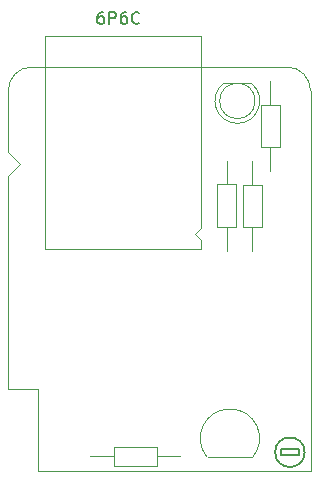
<source format=gbr>
%TF.GenerationSoftware,KiCad,Pcbnew,(6.0.0-0)*%
%TF.CreationDate,2023-07-31T21:51:41+02:00*%
%TF.ProjectId,P1_Gateway,50315f47-6174-4657-9761-792e6b696361,1*%
%TF.SameCoordinates,Original*%
%TF.FileFunction,AssemblyDrawing,Top*%
%FSLAX46Y46*%
G04 Gerber Fmt 4.6, Leading zero omitted, Abs format (unit mm)*
G04 Created by KiCad (PCBNEW (6.0.0-0)) date 2023-07-31 21:51:41*
%MOMM*%
%LPD*%
G01*
G04 APERTURE LIST*
%ADD10C,0.150000*%
%ADD11C,0.100000*%
G04 APERTURE END LIST*
D10*
%TO.C,J1*%
X179384285Y-48092380D02*
X179193809Y-48092380D01*
X179098571Y-48140000D01*
X179050952Y-48187619D01*
X178955714Y-48330476D01*
X178908095Y-48520952D01*
X178908095Y-48901904D01*
X178955714Y-48997142D01*
X179003333Y-49044761D01*
X179098571Y-49092380D01*
X179289047Y-49092380D01*
X179384285Y-49044761D01*
X179431904Y-48997142D01*
X179479523Y-48901904D01*
X179479523Y-48663809D01*
X179431904Y-48568571D01*
X179384285Y-48520952D01*
X179289047Y-48473333D01*
X179098571Y-48473333D01*
X179003333Y-48520952D01*
X178955714Y-48568571D01*
X178908095Y-48663809D01*
X179908095Y-49092380D02*
X179908095Y-48092380D01*
X180289047Y-48092380D01*
X180384285Y-48140000D01*
X180431904Y-48187619D01*
X180479523Y-48282857D01*
X180479523Y-48425714D01*
X180431904Y-48520952D01*
X180384285Y-48568571D01*
X180289047Y-48616190D01*
X179908095Y-48616190D01*
X181336666Y-48092380D02*
X181146190Y-48092380D01*
X181050952Y-48140000D01*
X181003333Y-48187619D01*
X180908095Y-48330476D01*
X180860476Y-48520952D01*
X180860476Y-48901904D01*
X180908095Y-48997142D01*
X180955714Y-49044761D01*
X181050952Y-49092380D01*
X181241428Y-49092380D01*
X181336666Y-49044761D01*
X181384285Y-48997142D01*
X181431904Y-48901904D01*
X181431904Y-48663809D01*
X181384285Y-48568571D01*
X181336666Y-48520952D01*
X181241428Y-48473333D01*
X181050952Y-48473333D01*
X180955714Y-48520952D01*
X180908095Y-48568571D01*
X180860476Y-48663809D01*
X182431904Y-48997142D02*
X182384285Y-49044761D01*
X182241428Y-49092380D01*
X182146190Y-49092380D01*
X182003333Y-49044761D01*
X181908095Y-48949523D01*
X181860476Y-48854285D01*
X181812857Y-48663809D01*
X181812857Y-48520952D01*
X181860476Y-48330476D01*
X181908095Y-48235238D01*
X182003333Y-48140000D01*
X182146190Y-48092380D01*
X182241428Y-48092380D01*
X182384285Y-48140000D01*
X182431904Y-48187619D01*
D11*
%TO.C,D1*%
X191920190Y-54126000D02*
X189587810Y-54126000D01*
X189588524Y-54125445D02*
G75*
G03*
X191920190Y-54126000I1165476J-1500555D01*
G01*
X192254000Y-55626000D02*
G75*
G03*
X192254000Y-55626000I-1500000J0D01*
G01*
%TO.C,R1*%
X183918000Y-84925000D02*
X180318000Y-84925000D01*
X180318000Y-84925000D02*
X180318000Y-86525000D01*
X185928000Y-85725000D02*
X183918000Y-85725000D01*
X183918000Y-86525000D02*
X183918000Y-84925000D01*
X180318000Y-86525000D02*
X183918000Y-86525000D01*
X178308000Y-85725000D02*
X180318000Y-85725000D01*
%TO.C,R2*%
X191224000Y-66316000D02*
X192824000Y-66316000D01*
X192824000Y-66316000D02*
X192824000Y-62716000D01*
X192024000Y-68326000D02*
X192024000Y-66316000D01*
X192824000Y-62716000D02*
X191224000Y-62716000D01*
X192024000Y-60706000D02*
X192024000Y-62716000D01*
X191224000Y-62716000D02*
X191224000Y-66316000D01*
%TO.C,R4*%
X194350000Y-55950000D02*
X192750000Y-55950000D01*
X192750000Y-59550000D02*
X194350000Y-59550000D01*
X193550000Y-53940000D02*
X193550000Y-55950000D01*
X194350000Y-59550000D02*
X194350000Y-55950000D01*
X193550000Y-61560000D02*
X193550000Y-59550000D01*
X192750000Y-55950000D02*
X192750000Y-59550000D01*
%TO.C,R3*%
X190650000Y-66290000D02*
X190650000Y-62690000D01*
X189050000Y-62690000D02*
X189050000Y-66290000D01*
X189850000Y-68300000D02*
X189850000Y-66290000D01*
X189850000Y-60680000D02*
X189850000Y-62690000D01*
X189050000Y-66290000D02*
X190650000Y-66290000D01*
X190650000Y-62690000D02*
X189050000Y-62690000D01*
%TO.C,J1*%
X174440000Y-50170000D02*
X187640000Y-50170000D01*
X187640000Y-66420000D02*
X187140000Y-66920000D01*
X187140000Y-66920000D02*
X187640000Y-67420000D01*
X174440000Y-68170000D02*
X174440000Y-50170000D01*
X187640000Y-67420000D02*
X187640000Y-68170000D01*
X187640000Y-68170000D02*
X174440000Y-68170000D01*
X187640000Y-50170000D02*
X187640000Y-66420000D01*
%TO.C,U1*%
X173350000Y-52750000D02*
G75*
G03*
X171350000Y-54750000I-1J-1999999D01*
G01*
X196950000Y-54770000D02*
G75*
G03*
X194970000Y-52750000I-2000000J20000D01*
G01*
X173890000Y-80050000D02*
X173890000Y-86950000D01*
X172350000Y-60960000D02*
X171350000Y-59960000D01*
X171350000Y-54750000D02*
X171350000Y-59960000D01*
X171350000Y-80050000D02*
X173890000Y-80050000D01*
X173890000Y-86950000D02*
X196950000Y-86950000D01*
X196950000Y-86950000D02*
X196950000Y-54750000D01*
X171350000Y-61960000D02*
X172350000Y-60960000D01*
X171350000Y-61960000D02*
X171350000Y-80050000D01*
X194950000Y-52750000D02*
X173350000Y-52750000D01*
%TO.C,Q1*%
X188269800Y-85793800D02*
X192019800Y-85793800D01*
X192060903Y-85786347D02*
G75*
G03*
X190159800Y-81713800I-1901103J1592547D01*
G01*
X190089800Y-81713800D02*
G75*
G03*
X188196982Y-85796185I0J-2480000D01*
G01*
D10*
%TO.C,TP1*%
X194449000Y-85619400D02*
X194449000Y-85119400D01*
X195949000Y-85619400D02*
X194449000Y-85619400D01*
X194449000Y-85119400D02*
X195949000Y-85119400D01*
X195949000Y-85119400D02*
X195949000Y-85619400D01*
X196449000Y-85369400D02*
G75*
G03*
X196449000Y-85369400I-1250000J0D01*
G01*
%TD*%
M02*

</source>
